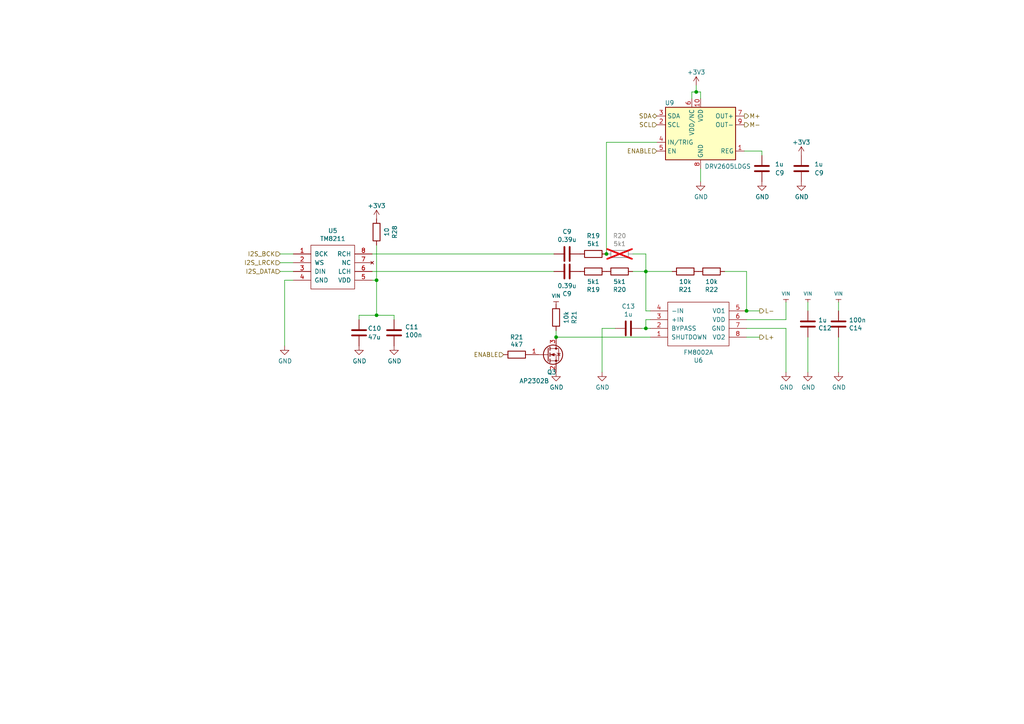
<source format=kicad_sch>
(kicad_sch (version 20230819) (generator eeschema)
  (paper "A4")
  (title_block (title "HackerHotel 2024 badge") (date "2023-08-30") (rev "1") (company "Nicolai Electronics") (comment 1 "License: CERN Open Hardware Licence Version 2 - Permissive"))
  (lib_symbols
    (symbol "Driver_Haptic:DRV2605LDGS"
      (property "Reference" "U" (at -10.16 8.255 0))
      (property "Value" "DRV2605LDGS" (at 2.54 -8.89 0))
      (symbol "DRV2605LDGS_0_1"
        (rectangle (start -10.16 7.62) (end 10.16 -7.62) (stroke (width 0.254)) (fill (type background)))
      )
      (symbol "DRV2605LDGS_1_1"
        (pin passive line (at 12.7 -5.08 180) (length 2.54) (name "REG") (number "1"))
        (pin power_in line (at 0 10.16 270) (length 2.54) (name "VDD") (number "10"))
        (pin input line (at -12.7 2.54 0) (length 2.54) (name "SCL") (number "2"))
        (pin bidirectional line (at -12.7 5.08 0) (length 2.54) (name "SDA") (number "3"))
        (pin input line (at -12.7 -2.54 0) (length 2.54) (name "IN/TRIG") (number "4"))
        (pin input line (at -12.7 -5.08 0) (length 2.54) (name "EN") (number "5"))
        (pin power_in line (at -2.54 10.16 270) (length 2.54) (name "VDD/NC") (number "6"))
        (pin output line (at 12.7 5.08 180) (length 2.54) (name "OUT+") (number "7"))
        (pin power_in line (at 0 -10.16 90) (length 2.54) (name "GND") (number "8"))
        (pin output line (at 12.7 2.54 180) (length 2.54) (name "OUT-") (number "9"))
      )
    )
    (symbol "mch2021-rescue:Q_NMOS_GSD-Device" (pin_names (offset 0) hide)
      (property "Reference" "Q" (at 5.08 1.27 0))
      (property "Value" "Q_NMOS_GSD-Device" (at 5.08 -1.27 0))
      (symbol "Q_NMOS_GSD-Device_0_1"
        (polyline (pts (xy 0.254 0) (xy -2.54 0)))
        (polyline (pts (xy 0.254 1.905) (xy 0.254 -1.905)) (stroke (width 0.254)))
        (polyline (pts (xy 0.762 -1.27) (xy 0.762 -2.286)) (stroke (width 0.254)))
        (polyline (pts (xy 0.762 0.508) (xy 0.762 -0.508)) (stroke (width 0.254)))
        (polyline (pts (xy 0.762 2.286) (xy 0.762 1.27)) (stroke (width 0.254)))
        (polyline (pts (xy 2.54 2.54) (xy 2.54 1.778)))
        (polyline (pts (xy 2.54 -2.54) (xy 2.54 0) (xy 0.762 0)))
        (polyline (pts (xy 0.762 -1.778) (xy 3.302 -1.778) (xy 3.302 1.778) (xy 0.762 1.778)))
        (polyline (pts (xy 1.016 0) (xy 2.032 0.381) (xy 2.032 -0.381) (xy 1.016 0)) (fill (type outline)))
        (polyline (pts (xy 2.794 0.508) (xy 2.921 0.381) (xy 3.683 0.381) (xy 3.81 0.254)))
        (polyline (pts (xy 3.302 0.381) (xy 2.921 -0.254) (xy 3.683 -0.254) (xy 3.302 0.381)))
        (circle (center 1.651 0) (radius 2.794) (stroke (width 0.254)))
        (circle (center 2.54 -1.778) (radius 0.254) (fill (type outline)))
        (circle (center 2.54 1.778) (radius 0.254) (fill (type outline)))
      )
      (symbol "Q_NMOS_GSD-Device_1_1"
        (pin input line (at -5.08 0 0) (length 2.54) (name "G") (number "1"))
        (pin passive line (at 2.54 -5.08 90) (length 2.54) (name "S") (number "2"))
        (pin passive line (at 2.54 5.08 270) (length 2.54) (name "D") (number "3"))
      )
    )
    (symbol "symbols2:+3.3V" (power) (pin_names (offset 0))
      (property "Value" "+3.3V" (at 0 3.556 0))
      (symbol "+3.3V_0_1"
        (polyline (pts (xy -0.762 1.27) (xy 0 2.54)))
        (polyline (pts (xy 0 0) (xy 0 2.54)))
        (polyline (pts (xy 0 2.54) (xy 0.762 1.27)))
      )
      (symbol "+3.3V_1_1"
        (pin power_in line (at 0 0 90) (length 0) hide (name "+3.3V") (number "1"))
      )
    )
    (symbol "symbols2:GND" (power) (pin_names (offset 0))
      (property "Value" "GND" (at 0 -3.81 0))
      (symbol "GND_0_1"
        (polyline (pts (xy 0 0) (xy 0 -1.27) (xy 1.27 -1.27) (xy 0 -2.54) (xy -1.27 -1.27) (xy 0 -1.27)))
      )
      (symbol "GND_1_1"
        (pin power_in line (at 0 0 270) (length 0) hide (name "GND") (number "1"))
      )
    )
    (symbol "symbols2:VIN-vin" (power) (pin_numbers hide) (pin_names (offset 0) hide)
      (property "Value" "VIN-vin" (at 0 1.524 0))
      (symbol "VIN-vin_0_1"
        (polyline (pts (xy -0.762 0.762) (xy 0.762 0.762)))
        (polyline (pts (xy 0 0) (xy 0 0.762)))
      )
      (symbol "VIN-vin_1_1"
        (pin power_in line (at 0 0 90) (length 0) hide (name "VIN") (number "1"))
      )
    )
    (symbol "symbols:C" (pin_numbers hide) (pin_names (offset 0.254))
      (property "Reference" "C" (at 0.635 2.54 0))
      (property "Value" "C" (at 0.635 -2.54 0))
      (symbol "C_0_1"
        (polyline (pts (xy -2.032 -0.762) (xy 2.032 -0.762)) (stroke (width 0.508)))
        (polyline (pts (xy -2.032 0.762) (xy 2.032 0.762)) (stroke (width 0.508)))
      )
      (symbol "C_1_1"
        (pin passive line (at 0 3.81 270) (length 2.794) (name "~") (number "1"))
        (pin passive line (at 0 -3.81 90) (length 2.794) (name "~") (number "2"))
      )
    )
    (symbol "symbols:FM8002A" (pin_names (offset 1.016))
      (property "Reference" "U" (at 0 6.35 0))
      (property "Value" "FM8002A" (at 0 8.89 0))
      (symbol "FM8002A_0_1"
        (rectangle (start -7.62 5.08) (end 10.16 -7.62))
      )
      (symbol "FM8002A_1_1"
        (pin input line (at -12.7 2.54 0) (length 5.08) (name "SHUTDOWN") (number "1"))
        (pin input line (at -12.7 0 0) (length 5.08) (name "BYPASS") (number "2"))
        (pin input line (at -12.7 -2.54 0) (length 5.08) (name "+IN") (number "3"))
        (pin input line (at -12.7 -5.08 0) (length 5.08) (name "-IN") (number "4"))
        (pin output line (at 15.24 -5.08 180) (length 5.08) (name "VO1") (number "5"))
        (pin passive line (at 15.24 -2.54 180) (length 5.08) (name "VDD") (number "6"))
        (pin passive line (at 15.24 0 180) (length 5.08) (name "GND") (number "7"))
        (pin output line (at 15.24 2.54 180) (length 5.08) (name "VO2") (number "8"))
      )
    )
    (symbol "symbols:R" (pin_numbers hide) (pin_names (offset 0))
      (property "Reference" "R" (at 2.032 0 90))
      (property "Value" "R" (at 0 0 90))
      (symbol "R_0_1"
        (rectangle (start -1.016 -2.54) (end 1.016 2.54) (stroke (width 0.254)))
      )
      (symbol "R_1_1"
        (pin passive line (at 0 3.81 270) (length 1.27) (name "~") (number "1"))
        (pin passive line (at 0 -3.81 90) (length 1.27) (name "~") (number "2"))
      )
    )
    (symbol "symbols:TM8211" (pin_names (offset 1.016))
      (property "Reference" "U" (at 0 6.35 0))
      (property "Value" "TM8211" (at 0 8.89 0))
      (symbol "TM8211_0_1"
        (rectangle (start -6.35 5.08) (end 6.35 -7.62))
      )
      (symbol "TM8211_1_1"
        (pin input line (at -11.43 2.54 0) (length 5.08) (name "BCK") (number "1"))
        (pin input line (at -11.43 0 0) (length 5.08) (name "WS") (number "2"))
        (pin input line (at -11.43 -2.54 0) (length 5.08) (name "DIN") (number "3"))
        (pin passive line (at -11.43 -5.08 0) (length 5.08) (name "GND") (number "4"))
        (pin passive line (at 11.43 -5.08 180) (length 5.08) (name "VDD") (number "5"))
        (pin output line (at 11.43 -2.54 180) (length 5.08) (name "LCH") (number "6"))
        (pin no_connect line (at 11.43 0 180) (length 5.08) (name "NC") (number "7"))
        (pin output line (at 11.43 2.54 180) (length 5.08) (name "RCH") (number "8"))
      )
    )
  )
  (junction (at 201.93 26.67))
  (junction (at 109.22 81.28))
  (junction (at 109.22 91.44))
  (junction (at 216.535 90.17))
  (junction (at 187.325 95.25))
  (junction (at 175.895 73.66))
  (junction (at 161.29 97.79))
  (junction (at 187.325 78.74))
  (wire (pts (xy 216.535 92.71) (xy 227.965 92.71)))
  (wire (pts (xy 183.515 73.66) (xy 187.325 73.66)))
  (wire (pts (xy 243.205 97.79) (xy 243.205 107.95)))
  (wire (pts (xy 203.2 26.67) (xy 203.2 28.575)))
  (wire (pts (xy 220.345 97.79) (xy 216.535 97.79)))
  (wire (pts (xy 216.535 78.74) (xy 216.535 90.17)))
  (wire (pts (xy 109.22 81.28) (xy 107.95 81.28)))
  (wire (pts (xy 234.315 97.79) (xy 234.315 107.95)))
  (wire (pts (xy 183.515 78.74) (xy 187.325 78.74)))
  (wire (pts (xy 216.535 95.25) (xy 227.965 95.25)))
  (wire (pts (xy 187.325 90.17) (xy 188.595 90.17)))
  (wire (pts (xy 175.895 41.275) (xy 175.895 73.66)))
  (wire (pts (xy 175.895 41.275) (xy 190.5 41.275)))
  (wire (pts (xy 104.14 91.44) (xy 104.14 92.71)))
  (wire (pts (xy 220.98 43.815) (xy 220.98 45.085)))
  (wire (pts (xy 161.29 95.885) (xy 161.29 97.79)))
  (wire (pts (xy 200.66 28.575) (xy 200.66 26.67)))
  (wire (pts (xy 187.325 73.66) (xy 187.325 78.74)))
  (wire (pts (xy 201.93 24.765) (xy 201.93 26.67)))
  (wire (pts (xy 114.3 91.44) (xy 114.3 92.71)))
  (wire (pts (xy 81.28 78.74) (xy 85.09 78.74)))
  (wire (pts (xy 107.95 73.66) (xy 160.655 73.66)))
  (wire (pts (xy 187.325 95.25) (xy 188.595 95.25)))
  (wire (pts (xy 109.22 71.12) (xy 109.22 81.28)))
  (wire (pts (xy 187.325 78.74) (xy 187.325 90.17)))
  (wire (pts (xy 107.95 78.74) (xy 160.655 78.74)))
  (wire (pts (xy 81.28 76.2) (xy 85.09 76.2)))
  (wire (pts (xy 187.325 92.71) (xy 187.325 95.25)))
  (wire (pts (xy 161.29 97.79) (xy 188.595 97.79)))
  (wire (pts (xy 227.965 87.63) (xy 227.965 92.71)))
  (wire (pts (xy 234.315 87.63) (xy 234.315 90.17)))
  (wire (pts (xy 104.14 91.44) (xy 109.22 91.44)))
  (wire (pts (xy 210.185 78.74) (xy 216.535 78.74)))
  (wire (pts (xy 215.9 43.815) (xy 220.98 43.815)))
  (wire (pts (xy 174.625 95.25) (xy 174.625 107.95)))
  (wire (pts (xy 201.93 26.67) (xy 203.2 26.67)))
  (wire (pts (xy 109.22 81.28) (xy 109.22 91.44)))
  (wire (pts (xy 200.66 26.67) (xy 201.93 26.67)))
  (wire (pts (xy 203.2 48.895) (xy 203.2 52.705)))
  (wire (pts (xy 187.325 78.74) (xy 194.945 78.74)))
  (wire (pts (xy 82.55 81.28) (xy 85.09 81.28)))
  (wire (pts (xy 187.325 92.71) (xy 188.595 92.71)))
  (wire (pts (xy 243.205 87.63) (xy 243.205 90.17)))
  (wire (pts (xy 220.345 90.17) (xy 216.535 90.17)))
  (wire (pts (xy 174.625 95.25) (xy 178.435 95.25)))
  (wire (pts (xy 186.055 95.25) (xy 187.325 95.25)))
  (wire (pts (xy 227.965 95.25) (xy 227.965 107.95)))
  (wire (pts (xy 82.55 81.28) (xy 82.55 100.33)))
  (wire (pts (xy 109.22 91.44) (xy 114.3 91.44)))
  (wire (pts (xy 81.28 73.66) (xy 85.09 73.66)))
  (hierarchical_label "ENABLE" (shape input) (at 190.5 43.815 180))
  (hierarchical_label "SDA" (shape bidirectional) (at 190.5 33.655 180))
  (hierarchical_label "M-" (shape output) (at 215.9 36.195 0))
  (hierarchical_label "SCL" (shape input) (at 190.5 36.195 180))
  (hierarchical_label "I2S_LRCK" (shape input) (at 81.28 76.2 180))
  (hierarchical_label "L-" (shape output) (at 220.345 90.17 0))
  (hierarchical_label "M+" (shape output) (at 215.9 33.655 0))
  (hierarchical_label "ENABLE" (shape input) (at 146.05 102.87 180))
  (hierarchical_label "L+" (shape output) (at 220.345 97.79 0))
  (hierarchical_label "I2S_BCK" (shape input) (at 81.28 73.66 180))
  (hierarchical_label "I2S_DATA" (shape input) (at 81.28 78.74 180))
  (symbol (lib_id "symbols2:GND") (at 82.55 100.33 0) (unit 1)
    (property "Reference" "#PWR06" (effects hide))
    (property "Value" "GND" (at 82.677 104.7242 0))
    (property "Description" "Power symbol creates a global label with name \"GND\" , ground" (effects hide))
    (instances (project "hh2024" (path "" (reference "#PWR06") (unit 1)) (path "" (reference "#PWR075") (unit 1))))
  )
  (symbol (lib_id "symbols:R") (at 172.085 73.66 270) (unit 1)
    (property "Reference" "R19" (at 172.085 68.4022 90))
    (property "Value" "5k1" (at 172.085 70.7136 90))
    (property "Footprint" "tanoshii:R_0402_1005Metric" (effects hide))
    (property "Datasheet" "https://datasheet.lcsc.com/lcsc/2206010045_UNI-ROYAL-Uniroyal-Elec-0402WGJ0512TCE_C25941.pdf" (effects hide))
    (property "LCSC" "C25941" (effects hide))
    (instances (project "cz-badge-hardware" (path "" (reference "R19") (unit 1))) (project "hh2024" (path "" (reference "R29") (unit 1))))
  )
  (symbol (lib_id "symbols2:GND") (at 203.2 52.705 0) (unit 1)
    (property "Reference" "#PWR06" (effects hide))
    (property "Value" "GND" (at 203.327 57.0992 0))
    (property "Description" "Power symbol creates a global label with name \"GND\" , ground" (effects hide))
    (instances (project "hh2024" (path "" (reference "#PWR06") (unit 1)) (path "" (reference "#PWR090") (unit 1))))
  )
  (symbol (lib_id "symbols2:+3.3V") (at 109.22 63.5 0) (unit 1)
    (property "Reference" "#PWR02" (effects hide))
    (property "Value" "+3V3" (at 109.22 59.69 0))
    (property "Description" "Power symbol creates a global label with name \"+3.3V\"" (effects hide))
    (instances (project "hh2024" (path "" (reference "#PWR02") (unit 1)) (path "" (reference "#PWR026") (unit 1)) (path "" (reference "#PWR077") (unit 1))))
  )
  (symbol (lib_id "symbols2:GND") (at 220.98 52.705 0) (unit 1)
    (property "Reference" "#PWR08" (effects hide))
    (property "Value" "GND" (at 221.107 57.0992 0))
    (property "Description" "Power symbol creates a global label with name \"GND\" , ground" (effects hide))
    (instances (project "hh2024" (path "" (reference "#PWR08") (unit 1)) (path "" (reference "#PWR022") (unit 1)) (path "" (reference "#PWR092") (unit 1))))
  )
  (symbol (lib_id "symbols2:VIN-vin") (at 234.315 87.63 0) (unit 1)
    (property "Reference" "#PWR0141" (effects hide))
    (property "Value" "VIN" (at 234.315 85.1916 0) (effects (font (size 1.016 1.016))))
    (instances (project "hh2024" (path "" (reference "#PWR0141") (unit 1)) (path "" (reference "#PWR059") (unit 1)) (path "" (reference "#PWR083") (unit 1))))
  )
  (symbol (lib_id "symbols2:+3.3V") (at 232.41 45.085 0) (unit 1)
    (property "Reference" "#PWR02" (effects hide))
    (property "Value" "+3V3" (at 232.41 41.275 0))
    (property "Description" "Power symbol creates a global label with name \"+3.3V\"" (effects hide))
    (instances (project "hh2024" (path "" (reference "#PWR02") (unit 1)) (path "" (reference "#PWR026") (unit 1)) (path "" (reference "#PWR094") (unit 1))))
  )
  (symbol (lib_id "symbols:C") (at 164.465 73.66 270) (unit 1)
    (property "Reference" "C9" (at 164.465 67.183 90))
    (property "Value" "0.39u" (at 164.465 69.4944 90))
    (property "Footprint" "tanoshii:C_0603_1608Metric" (effects hide))
    (property "Datasheet" "https://datasheet.lcsc.com/lcsc/2304140030_Samsung-Electro-Mechanics-CL10B474KA8NNNC_C1623.pdf" (effects hide))
    (property "LCSC" "C1623" (effects hide))
    (instances (project "cz-badge-hardware" (path "" (reference "C9") (unit 1))) (project "hh2024" (path "" (reference "C30") (unit 1))))
  )
  (symbol (lib_id "symbols:R") (at 179.705 78.74 270) (mirror x) (unit 1)
    (property "Reference" "R20" (at 179.705 83.9978 90))
    (property "Value" "5k1" (at 179.705 81.6864 90))
    (property "Footprint" "tanoshii:R_0402_1005Metric" (effects hide))
    (property "Datasheet" "https://datasheet.lcsc.com/lcsc/2206010045_UNI-ROYAL-Uniroyal-Elec-0402WGJ0512TCE_C25941.pdf" (effects hide))
    (property "LCSC" "C25941" (effects hide))
    (instances (project "cz-badge-hardware" (path "" (reference "R20") (unit 1))) (project "hh2024" (path "" (reference "R25") (unit 1))))
  )
  (symbol (lib_id "symbols:R") (at 149.86 102.87 90) (mirror x) (unit 1)
    (property "Reference" "R21" (at 149.86 97.79 90))
    (property "Value" "4k7" (at 149.86 99.9236 90))
    (property "Footprint" "tanoshii:R_0402_1005Metric" (effects hide))
    (property "Datasheet" "https://datasheet.lcsc.com/lcsc/2206010045_UNI-ROYAL-Uniroyal-Elec-0402WGF4701TCE_C25900.pdf" (effects hide))
    (property "LCSC" "C25900" (effects hide))
    (instances (project "cz-badge-hardware" (path "" (reference "R21") (unit 1))) (project "hh2024" (path "" (reference "R32") (unit 1))))
  )
  (symbol (lib_id "symbols:R") (at 109.22 67.31 0) (mirror y) (unit 1)
    (property "Reference" "R28" (at 114.4778 67.31 90))
    (property "Value" "10" (at 112.1664 67.31 90))
    (property "Footprint" "tanoshii:R_0402_1005Metric" (effects hide))
    (property "Datasheet" "https://datasheet.lcsc.com/lcsc/2205311900_UNI-ROYAL-Uniroyal-Elec-0402WGJ0100TCE_C25139.pdf" (effects hide))
    (property "LCSC" "C25139" (effects hide))
    (instances (project "cz-badge-hardware" (path "" (reference "R28") (unit 1))) (project "hh2024" (path "" (reference "R23") (unit 1))))
  )
  (symbol (lib_id "symbols2:+3.3V") (at 201.93 24.765 0) (unit 1)
    (property "Reference" "#PWR02" (effects hide))
    (property "Value" "+3V3" (at 201.93 20.955 0))
    (property "Description" "Power symbol creates a global label with name \"+3.3V\"" (effects hide))
    (instances (project "hh2024" (path "" (reference "#PWR02") (unit 1)) (path "" (reference "#PWR026") (unit 1)) (path "" (reference "#PWR091") (unit 1))))
  )
  (symbol (lib_id "symbols:FM8002A") (at 201.295 95.25 0) (mirror x) (unit 1)
    (property "Reference" "U6" (at 202.565 104.521 0))
    (property "Value" "FM8002A" (at 202.565 102.2096 0))
    (property "Footprint" "tanoshii:SSOP-8_3.9x5.05mm_P1.27mm" (effects hide))
    (property "Datasheet" "https://datasheet.lcsc.com/lcsc/2202252130_Shenzhen-Fuman-Elec-FM8002A_C94625.pdf" (effects hide))
    (property "LCSC" "C94625" (effects hide))
  )
  (symbol (lib_id "symbols:C") (at 164.465 78.74 270) (mirror x) (unit 1)
    (property "Reference" "C9" (at 164.465 85.217 90))
    (property "Value" "0.39u" (at 164.465 82.9056 90))
    (property "Footprint" "tanoshii:C_0603_1608Metric" (effects hide))
    (property "Datasheet" "https://datasheet.lcsc.com/lcsc/2304140030_Samsung-Electro-Mechanics-CL10B474KA8NNNC_C1623.pdf" (effects hide))
    (property "LCSC" "C1623" (effects hide))
    (instances (project "cz-badge-hardware" (path "" (reference "C9") (unit 1))) (project "hh2024" (path "" (reference "C26") (unit 1))))
  )
  (symbol (lib_id "symbols:TM8211") (at 96.52 76.2 0) (unit 1)
    (property "Reference" "U5" (at 96.52 66.929 0))
    (property "Value" "TM8211" (at 96.52 69.2404 0))
    (property "Footprint" "tanoshii:SSOP-8_3.9x5.05mm_P1.27mm" (effects hide))
    (property "Datasheet" "https://datasheet.lcsc.com/lcsc/1811022110_TM-Shenzhen-Titan-Micro-Elec-TM8211_C92003.pdf" (effects hide))
    (property "LCSC" "C92003" (effects hide))
  )
  (symbol (lib_id "symbols2:VIN-vin") (at 227.965 87.63 0) (unit 1)
    (property "Reference" "#PWR0141" (effects hide))
    (property "Value" "VIN" (at 227.965 85.1916 0) (effects (font (size 1.016 1.016))))
    (instances (project "hh2024" (path "" (reference "#PWR0141") (unit 1)) (path "" (reference "#PWR059") (unit 1)) (path "" (reference "#PWR081") (unit 1))))
  )
  (symbol (lib_id "symbols:R") (at 161.29 92.075 0) (mirror y) (unit 1)
    (property "Reference" "R21" (at 166.5478 92.075 90))
    (property "Value" "10k" (at 164.2364 92.075 90))
    (property "Footprint" "tanoshii:R_0402_1005Metric" (effects hide))
    (property "Datasheet" "https://datasheet.lcsc.com/lcsc/2110260030_UNI-ROYAL-Uniroyal-Elec-0402WGF1002TCE_C25744.pdf" (effects hide))
    (property "LCSC" "C25744" (effects hide))
    (instances (project "cz-badge-hardware" (path "" (reference "R21") (unit 1))) (project "hh2024" (path "" (reference "R31") (unit 1))))
  )
  (symbol (lib_id "symbols2:GND") (at 161.29 107.95 0) (unit 1)
    (property "Reference" "#PWR06" (effects hide))
    (property "Value" "GND" (at 161.417 112.3442 0))
    (property "Description" "Power symbol creates a global label with name \"GND\" , ground" (effects hide))
    (instances (project "hh2024" (path "" (reference "#PWR06") (unit 1)) (path "" (reference "#PWR03") (unit 1))))
  )
  (symbol (lib_id "symbols:R") (at 198.755 78.74 270) (mirror x) (unit 1)
    (property "Reference" "R21" (at 198.755 83.9978 90))
    (property "Value" "10k" (at 198.755 81.6864 90))
    (property "Footprint" "tanoshii:R_0402_1005Metric" (effects hide))
    (property "Datasheet" "https://datasheet.lcsc.com/lcsc/2110260030_UNI-ROYAL-Uniroyal-Elec-0402WGF1002TCE_C25744.pdf" (effects hide))
    (property "LCSC" "C25744" (effects hide))
    (instances (project "cz-badge-hardware" (path "" (reference "R21") (unit 1))) (project "hh2024" (path "" (reference "R26") (unit 1))))
  )
  (symbol (lib_id "symbols2:GND") (at 174.625 107.95 0) (unit 1)
    (property "Reference" "#PWR06" (effects hide))
    (property "Value" "GND" (at 174.752 112.3442 0))
    (property "Description" "Power symbol creates a global label with name \"GND\" , ground" (effects hide))
    (instances (project "hh2024" (path "" (reference "#PWR06") (unit 1)) (path "" (reference "#PWR079") (unit 1))))
  )
  (symbol (lib_id "symbols2:GND") (at 227.965 107.95 0) (unit 1)
    (property "Reference" "#PWR06" (effects hide))
    (property "Value" "GND" (at 228.092 112.3442 0))
    (property "Description" "Power symbol creates a global label with name \"GND\" , ground" (effects hide))
    (instances (project "hh2024" (path "" (reference "#PWR06") (unit 1)) (path "" (reference "#PWR082") (unit 1))))
  )
  (symbol (lib_id "symbols2:GND") (at 232.41 52.705 0) (unit 1)
    (property "Reference" "#PWR08" (effects hide))
    (property "Value" "GND" (at 232.537 57.0992 0))
    (property "Description" "Power symbol creates a global label with name \"GND\" , ground" (effects hide))
    (instances (project "hh2024" (path "" (reference "#PWR08") (unit 1)) (path "" (reference "#PWR022") (unit 1)) (path "" (reference "#PWR093") (unit 1))))
  )
  (symbol (lib_id "symbols:C") (at 220.98 48.895 0) (mirror y) (unit 1)
    (property "Reference" "C9" (at 224.79 50.165 0) (effects (justify right)))
    (property "Value" "1u" (at 227.33 47.625 0) (effects (justify left)))
    (property "Footprint" "tanoshii:C_0402_1005Metric" (effects hide))
    (property "Datasheet" "https://datasheet.lcsc.com/lcsc/2304140030_Samsung-Electro-Mechanics-CL05A105KQ5NNNC_C107372.pdf" (effects hide))
    (property "LCSC" "C107372" (effects hide))
    (instances (project "hh2024" (path "" (reference "C9") (unit 1)) (path "" (reference "C1") (unit 1)) (path "" (reference "C31") (unit 1))))
  )
  (symbol (lib_id "symbols2:VIN-vin") (at 243.205 87.63 0) (unit 1)
    (property "Reference" "#PWR0141" (effects hide))
    (property "Value" "VIN" (at 243.205 85.1916 0) (effects (font (size 1.016 1.016))))
    (instances (project "hh2024" (path "" (reference "#PWR0141") (unit 1)) (path "" (reference "#PWR059") (unit 1)) (path "" (reference "#PWR085") (unit 1))))
  )
  (symbol (lib_id "symbols:C") (at 182.245 95.25 90) (unit 1)
    (property "Reference" "C13" (at 182.245 88.8492 90))
    (property "Value" "1u" (at 182.245 91.1606 90))
    (property "Footprint" "tanoshii:C_0402_1005Metric" (effects hide))
    (property "Datasheet" "https://datasheet.lcsc.com/lcsc/2304140030_Samsung-Electro-Mechanics-CL05A105KQ5NNNC_C107372.pdf" (effects hide))
    (property "LCSC" "C107372" (effects hide))
    (instances (project "cz-badge-hardware" (path "" (reference "C13") (unit 1))) (project "hh2024" (path "" (reference "C27") (unit 1))))
  )
  (symbol (lib_id "symbols:C") (at 234.315 93.98 0) (mirror y) (unit 1)
    (property "Reference" "C12" (at 237.3122 95.1484 0) (effects (justify right)))
    (property "Value" "1u" (at 237.3122 92.837 0) (effects (justify right)))
    (property "Footprint" "tanoshii:C_0402_1005Metric" (effects hide))
    (property "Datasheet" "https://datasheet.lcsc.com/lcsc/2304140030_Samsung-Electro-Mechanics-CL05A105KQ5NNNC_C107372.pdf" (effects hide))
    (property "LCSC" "C107372" (effects hide))
    (instances (project "cz-badge-hardware" (path "" (reference "C12") (unit 1))) (project "hh2024" (path "" (reference "C28") (unit 1))))
  )
  (symbol (lib_id "symbols2:GND") (at 104.14 100.33 0) (unit 1)
    (property "Reference" "#PWR06" (effects hide))
    (property "Value" "GND" (at 104.267 104.7242 0))
    (property "Description" "Power symbol creates a global label with name \"GND\" , ground" (effects hide))
    (instances (project "hh2024" (path "" (reference "#PWR06") (unit 1)) (path "" (reference "#PWR076") (unit 1))))
  )
  (symbol (lib_id "symbols:C") (at 114.3 96.52 0) (unit 1)
    (property "Reference" "C11" (at 117.475 94.8436 0) (effects (justify left)))
    (property "Value" "100n" (at 117.475 97.155 0) (effects (justify left)))
    (property "Footprint" "tanoshii:C_0402_1005Metric" (effects hide))
    (property "Datasheet" "https://datasheet.lcsc.com/lcsc/2304140030_Samsung-Electro-Mechanics-CL05B104KB54PNC_C307331.pdf" (effects hide))
    (property "LCSC" "C307331" (effects hide))
    (instances (project "cz-badge-hardware" (path "" (reference "C11") (unit 1))) (project "hh2024" (path "" (reference "C25") (unit 1))))
  )
  (symbol (lib_id "symbols2:GND") (at 234.315 107.95 0) (unit 1)
    (property "Reference" "#PWR06" (effects hide))
    (property "Value" "GND" (at 234.442 112.3442 0))
    (property "Description" "Power symbol creates a global label with name \"GND\" , ground" (effects hide))
    (instances (project "hh2024" (path "" (reference "#PWR06") (unit 1)) (path "" (reference "#PWR084") (unit 1))))
  )
  (symbol (lib_id "symbols2:GND") (at 243.205 107.95 0) (unit 1)
    (property "Reference" "#PWR06" (effects hide))
    (property "Value" "GND" (at 243.332 112.3442 0))
    (property "Description" "Power symbol creates a global label with name \"GND\" , ground" (effects hide))
    (instances (project "hh2024" (path "" (reference "#PWR06") (unit 1)) (path "" (reference "#PWR086") (unit 1))))
  )
  (symbol (lib_id "symbols:C") (at 104.14 96.52 0) (mirror y) (unit 1)
    (property "Reference" "C10" (at 106.68 95.25 0) (effects (justify right)))
    (property "Value" "47u" (at 106.68 97.79 0) (effects (justify right)))
    (property "Footprint" "tanoshii:C_0805_2012Metric" (effects hide))
    (property "Datasheet" "https://datasheet.lcsc.com/lcsc/2304140030_Samsung-Electro-Mechanics-CL21A476MQYNNNE_C16780.pdf" (effects hide))
    (property "LCSC" "C16780" (effects hide))
    (instances (project "cz-badge-hardware" (path "" (reference "C10") (unit 1))) (project "hh2024" (path "" (reference "C24") (unit 1))))
  )
  (symbol (lib_id "Driver_Haptic:DRV2605LDGS") (at 203.2 38.735 0) (unit 1)
    (property "Reference" "U9" (at 195.58 29.845 0) (effects (justify right)))
    (property "Value" "DRV2605LDGS" (at 217.805 48.26 0) (effects (justify right)))
    (property "Footprint" "Package_SO:VSSOP-10_3x3mm_P0.5mm" (effects hide))
    (property "Datasheet" "http://www.ti.com/lit/ds/symlink/drv2605l.pdf" (effects hide))
    (property "Description" "Haptic driver for LRAs and ERMs with effect library, 2-5.2V, VSSOP-10" (effects hide))
    (property "LCSC" "C527464" (effects hide))
  )
  (symbol (lib_id "symbols:C") (at 243.205 93.98 0) (mirror y) (unit 1)
    (property "Reference" "C14" (at 246.2022 95.1484 0) (effects (justify right)))
    (property "Value" "100n" (at 246.2022 92.837 0) (effects (justify right)))
    (property "Footprint" "tanoshii:C_0402_1005Metric" (effects hide))
    (property "Datasheet" "https://datasheet.lcsc.com/lcsc/2304140030_Samsung-Electro-Mechanics-CL05B104KB54PNC_C307331.pdf" (effects hide))
    (property "LCSC" "C307331" (effects hide))
    (instances (project "cz-badge-hardware" (path "" (reference "C14") (unit 1))) (project "hh2024" (path "" (reference "C29") (unit 1))))
  )
  (symbol (lib_id "symbols:R") (at 206.375 78.74 270) (mirror x) (unit 1)
    (property "Reference" "R22" (at 206.375 83.9978 90))
    (property "Value" "10k" (at 206.375 81.6864 90))
    (property "Footprint" "tanoshii:R_0402_1005Metric" (effects hide))
    (property "Datasheet" "https://datasheet.lcsc.com/lcsc/2110260030_UNI-ROYAL-Uniroyal-Elec-0402WGF1002TCE_C25744.pdf" (effects hide))
    (property "LCSC" "C25744" (effects hide))
    (instances (project "cz-badge-hardware" (path "" (reference "R22") (unit 1))) (project "hh2024" (path "" (reference "R27") (unit 1))))
  )
  (symbol (lib_id "mch2021-rescue:Q_NMOS_GSD-Device") (at 158.75 102.87 0) (unit 1)
    (property "Reference" "Q3" (at 160.02 107.95 0))
    (property "Value" "AP2302B" (at 154.94 110.49 0))
    (property "Footprint" "Package_TO_SOT_SMD:SOT-23" (effects hide))
    (property "Datasheet" "https://datasheet.lcsc.com/lcsc/1912111437_ALLPOWER-ShenZhen-Quan-Li-Semiconductor-AP2302B_C406812.pdf" (effects hide))
    (property "Description" "Generic part (NMOS GSD)" (effects hide))
    (property "LCSC" "C406812" (effects hide))
    (property "Mouser" "-" (effects hide))
    (property "Sponsored" "N" (effects hide))
    (property "MANUFACTURER" "ALLPOWER" (effects hide))
    (property "MPN" "AP2302B" (effects hide))
    (property "Category" "Transistors" (effects hide))
    (property "Buy early" "Y" (effects hide))
    (property "Manufacturer" "Allpower" (effects hide))
  )
  (symbol (lib_id "symbols:R") (at 179.705 73.66 270) (unit 1) (dnp yes)
    (property "Reference" "R20" (at 179.705 68.4022 90))
    (property "Value" "5k1" (at 179.705 70.7136 90))
    (property "Footprint" "tanoshii:R_0402_1005Metric" (effects hide))
    (property "Datasheet" "https://datasheet.lcsc.com/lcsc/2206010045_UNI-ROYAL-Uniroyal-Elec-0402WGJ0512TCE_C25941.pdf" (effects hide))
    (property "LCSC" "C25941" (effects hide))
    (instances (project "cz-badge-hardware" (path "" (reference "R20") (unit 1))) (project "hh2024" (path "" (reference "R30") (unit 1))))
  )
  (symbol (lib_id "symbols:C") (at 232.41 48.895 0) (mirror y) (unit 1)
    (property "Reference" "C9" (at 236.22 50.165 0) (effects (justify right)))
    (property "Value" "1u" (at 238.76 47.625 0) (effects (justify left)))
    (property "Footprint" "tanoshii:C_0402_1005Metric" (effects hide))
    (property "Datasheet" "https://datasheet.lcsc.com/lcsc/2304140030_Samsung-Electro-Mechanics-CL05A105KQ5NNNC_C107372.pdf" (effects hide))
    (property "LCSC" "C107372" (effects hide))
    (instances (project "hh2024" (path "" (reference "C9") (unit 1)) (path "" (reference "C1") (unit 1)) (path "" (reference "C32") (unit 1))))
  )
  (symbol (lib_id "symbols:R") (at 172.085 78.74 270) (mirror x) (unit 1)
    (property "Reference" "R19" (at 172.085 83.9978 90))
    (property "Value" "5k1" (at 172.085 81.6864 90))
    (property "Footprint" "tanoshii:R_0402_1005Metric" (effects hide))
    (property "Datasheet" "https://datasheet.lcsc.com/lcsc/2206010045_UNI-ROYAL-Uniroyal-Elec-0402WGJ0512TCE_C25941.pdf" (effects hide))
    (property "LCSC" "C25941" (effects hide))
    (instances (project "cz-badge-hardware" (path "" (reference "R19") (unit 1))) (project "hh2024" (path "" (reference "R24") (unit 1))))
  )
  (symbol (lib_id "symbols2:VIN-vin") (at 161.29 88.265 0) (unit 1)
    (property "Reference" "#PWR0141" (effects hide))
    (property "Value" "VIN" (at 161.29 85.8266 0) (effects (font (size 1.016 1.016))))
    (instances (project "hh2024" (path "" (reference "#PWR0141") (unit 1)) (path "" (reference "#PWR059") (unit 1)) (path "" (reference "#PWR02") (unit 1))))
  )
  (symbol (lib_id "symbols2:GND") (at 114.3 100.33 0) (unit 1)
    (property "Reference" "#PWR06" (effects hide))
    (property "Value" "GND" (at 114.427 104.7242 0))
    (property "Description" "Power symbol creates a global label with name \"GND\" , ground" (effects hide))
    (instances (project "hh2024" (path "" (reference "#PWR06") (unit 1)) (path "" (reference "#PWR078") (unit 1))))
  )
)
</source>
